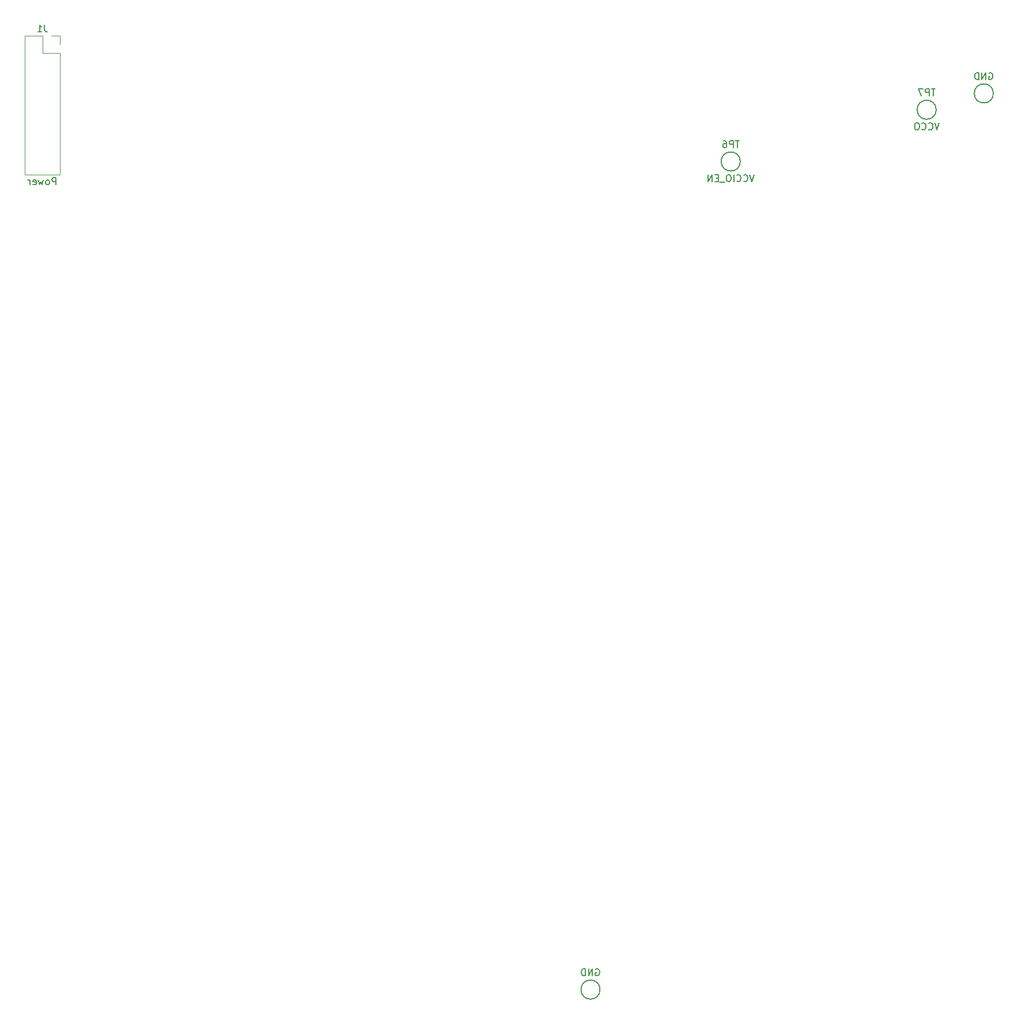
<source format=gbr>
G04 #@! TF.GenerationSoftware,KiCad,Pcbnew,(5.1.5)-3*
G04 #@! TF.CreationDate,2020-07-24T15:11:00-04:00*
G04 #@! TF.ProjectId,main_board,6d61696e-5f62-46f6-9172-642e6b696361,rev?*
G04 #@! TF.SameCoordinates,Original*
G04 #@! TF.FileFunction,Legend,Bot*
G04 #@! TF.FilePolarity,Positive*
%FSLAX46Y46*%
G04 Gerber Fmt 4.6, Leading zero omitted, Abs format (unit mm)*
G04 Created by KiCad (PCBNEW (5.1.5)-3) date 2020-07-24 15:11:00*
%MOMM*%
%LPD*%
G04 APERTURE LIST*
%ADD10C,0.150000*%
%ADD11C,0.120000*%
G04 APERTURE END LIST*
D10*
X182200000Y-72400000D02*
G75*
G03X182200000Y-72400000I-1400000J0D01*
G01*
X124400000Y-204000000D02*
G75*
G03X124400000Y-204000000I-1400000J0D01*
G01*
X145000000Y-82400000D02*
G75*
G03X145000000Y-82400000I-1400000J0D01*
G01*
X173800000Y-74800000D02*
G75*
G03X173800000Y-74800000I-1400000J0D01*
G01*
D11*
X45040000Y-84345000D02*
X39840000Y-84345000D01*
X45040000Y-66505000D02*
X45040000Y-84345000D01*
X39840000Y-63905000D02*
X39840000Y-84345000D01*
X45040000Y-66505000D02*
X42440000Y-66505000D01*
X42440000Y-66505000D02*
X42440000Y-63905000D01*
X42440000Y-63905000D02*
X39840000Y-63905000D01*
X45040000Y-65235000D02*
X45040000Y-63905000D01*
X45040000Y-63905000D02*
X43710000Y-63905000D01*
D10*
X181561904Y-69400000D02*
X181657142Y-69352380D01*
X181800000Y-69352380D01*
X181942857Y-69400000D01*
X182038095Y-69495238D01*
X182085714Y-69590476D01*
X182133333Y-69780952D01*
X182133333Y-69923809D01*
X182085714Y-70114285D01*
X182038095Y-70209523D01*
X181942857Y-70304761D01*
X181800000Y-70352380D01*
X181704761Y-70352380D01*
X181561904Y-70304761D01*
X181514285Y-70257142D01*
X181514285Y-69923809D01*
X181704761Y-69923809D01*
X181085714Y-70352380D02*
X181085714Y-69352380D01*
X180514285Y-70352380D01*
X180514285Y-69352380D01*
X180038095Y-70352380D02*
X180038095Y-69352380D01*
X179800000Y-69352380D01*
X179657142Y-69400000D01*
X179561904Y-69495238D01*
X179514285Y-69590476D01*
X179466666Y-69780952D01*
X179466666Y-69923809D01*
X179514285Y-70114285D01*
X179561904Y-70209523D01*
X179657142Y-70304761D01*
X179800000Y-70352380D01*
X180038095Y-70352380D01*
X123761904Y-201000000D02*
X123857142Y-200952380D01*
X124000000Y-200952380D01*
X124142857Y-201000000D01*
X124238095Y-201095238D01*
X124285714Y-201190476D01*
X124333333Y-201380952D01*
X124333333Y-201523809D01*
X124285714Y-201714285D01*
X124238095Y-201809523D01*
X124142857Y-201904761D01*
X124000000Y-201952380D01*
X123904761Y-201952380D01*
X123761904Y-201904761D01*
X123714285Y-201857142D01*
X123714285Y-201523809D01*
X123904761Y-201523809D01*
X123285714Y-201952380D02*
X123285714Y-200952380D01*
X122714285Y-201952380D01*
X122714285Y-200952380D01*
X122238095Y-201952380D02*
X122238095Y-200952380D01*
X122000000Y-200952380D01*
X121857142Y-201000000D01*
X121761904Y-201095238D01*
X121714285Y-201190476D01*
X121666666Y-201380952D01*
X121666666Y-201523809D01*
X121714285Y-201714285D01*
X121761904Y-201809523D01*
X121857142Y-201904761D01*
X122000000Y-201952380D01*
X122238095Y-201952380D01*
X144861904Y-79352380D02*
X144290476Y-79352380D01*
X144576190Y-80352380D02*
X144576190Y-79352380D01*
X143957142Y-80352380D02*
X143957142Y-79352380D01*
X143576190Y-79352380D01*
X143480952Y-79400000D01*
X143433333Y-79447619D01*
X143385714Y-79542857D01*
X143385714Y-79685714D01*
X143433333Y-79780952D01*
X143480952Y-79828571D01*
X143576190Y-79876190D01*
X143957142Y-79876190D01*
X142528571Y-79352380D02*
X142719047Y-79352380D01*
X142814285Y-79400000D01*
X142861904Y-79447619D01*
X142957142Y-79590476D01*
X143004761Y-79780952D01*
X143004761Y-80161904D01*
X142957142Y-80257142D01*
X142909523Y-80304761D01*
X142814285Y-80352380D01*
X142623809Y-80352380D01*
X142528571Y-80304761D01*
X142480952Y-80257142D01*
X142433333Y-80161904D01*
X142433333Y-79923809D01*
X142480952Y-79828571D01*
X142528571Y-79780952D01*
X142623809Y-79733333D01*
X142814285Y-79733333D01*
X142909523Y-79780952D01*
X142957142Y-79828571D01*
X143004761Y-79923809D01*
X147052380Y-84352380D02*
X146719047Y-85352380D01*
X146385714Y-84352380D01*
X145480952Y-85257142D02*
X145528571Y-85304761D01*
X145671428Y-85352380D01*
X145766666Y-85352380D01*
X145909523Y-85304761D01*
X146004761Y-85209523D01*
X146052380Y-85114285D01*
X146100000Y-84923809D01*
X146100000Y-84780952D01*
X146052380Y-84590476D01*
X146004761Y-84495238D01*
X145909523Y-84400000D01*
X145766666Y-84352380D01*
X145671428Y-84352380D01*
X145528571Y-84400000D01*
X145480952Y-84447619D01*
X144480952Y-85257142D02*
X144528571Y-85304761D01*
X144671428Y-85352380D01*
X144766666Y-85352380D01*
X144909523Y-85304761D01*
X145004761Y-85209523D01*
X145052380Y-85114285D01*
X145100000Y-84923809D01*
X145100000Y-84780952D01*
X145052380Y-84590476D01*
X145004761Y-84495238D01*
X144909523Y-84400000D01*
X144766666Y-84352380D01*
X144671428Y-84352380D01*
X144528571Y-84400000D01*
X144480952Y-84447619D01*
X144052380Y-85352380D02*
X144052380Y-84352380D01*
X143385714Y-84352380D02*
X143195238Y-84352380D01*
X143100000Y-84400000D01*
X143004761Y-84495238D01*
X142957142Y-84685714D01*
X142957142Y-85019047D01*
X143004761Y-85209523D01*
X143100000Y-85304761D01*
X143195238Y-85352380D01*
X143385714Y-85352380D01*
X143480952Y-85304761D01*
X143576190Y-85209523D01*
X143623809Y-85019047D01*
X143623809Y-84685714D01*
X143576190Y-84495238D01*
X143480952Y-84400000D01*
X143385714Y-84352380D01*
X142766666Y-85447619D02*
X142004761Y-85447619D01*
X141766666Y-84828571D02*
X141433333Y-84828571D01*
X141290476Y-85352380D02*
X141766666Y-85352380D01*
X141766666Y-84352380D01*
X141290476Y-84352380D01*
X140861904Y-85352380D02*
X140861904Y-84352380D01*
X140290476Y-85352380D01*
X140290476Y-84352380D01*
X173661904Y-71752380D02*
X173090476Y-71752380D01*
X173376190Y-72752380D02*
X173376190Y-71752380D01*
X172757142Y-72752380D02*
X172757142Y-71752380D01*
X172376190Y-71752380D01*
X172280952Y-71800000D01*
X172233333Y-71847619D01*
X172185714Y-71942857D01*
X172185714Y-72085714D01*
X172233333Y-72180952D01*
X172280952Y-72228571D01*
X172376190Y-72276190D01*
X172757142Y-72276190D01*
X171852380Y-71752380D02*
X171185714Y-71752380D01*
X171614285Y-72752380D01*
X174257142Y-76752380D02*
X173923809Y-77752380D01*
X173590476Y-76752380D01*
X172685714Y-77657142D02*
X172733333Y-77704761D01*
X172876190Y-77752380D01*
X172971428Y-77752380D01*
X173114285Y-77704761D01*
X173209523Y-77609523D01*
X173257142Y-77514285D01*
X173304761Y-77323809D01*
X173304761Y-77180952D01*
X173257142Y-76990476D01*
X173209523Y-76895238D01*
X173114285Y-76800000D01*
X172971428Y-76752380D01*
X172876190Y-76752380D01*
X172733333Y-76800000D01*
X172685714Y-76847619D01*
X171685714Y-77657142D02*
X171733333Y-77704761D01*
X171876190Y-77752380D01*
X171971428Y-77752380D01*
X172114285Y-77704761D01*
X172209523Y-77609523D01*
X172257142Y-77514285D01*
X172304761Y-77323809D01*
X172304761Y-77180952D01*
X172257142Y-76990476D01*
X172209523Y-76895238D01*
X172114285Y-76800000D01*
X171971428Y-76752380D01*
X171876190Y-76752380D01*
X171733333Y-76800000D01*
X171685714Y-76847619D01*
X171066666Y-76752380D02*
X170876190Y-76752380D01*
X170780952Y-76800000D01*
X170685714Y-76895238D01*
X170638095Y-77085714D01*
X170638095Y-77419047D01*
X170685714Y-77609523D01*
X170780952Y-77704761D01*
X170876190Y-77752380D01*
X171066666Y-77752380D01*
X171161904Y-77704761D01*
X171257142Y-77609523D01*
X171304761Y-77419047D01*
X171304761Y-77085714D01*
X171257142Y-76895238D01*
X171161904Y-76800000D01*
X171066666Y-76752380D01*
X42773333Y-62357380D02*
X42773333Y-63071666D01*
X42820952Y-63214523D01*
X42916190Y-63309761D01*
X43059047Y-63357380D01*
X43154285Y-63357380D01*
X41773333Y-63357380D02*
X42344761Y-63357380D01*
X42059047Y-63357380D02*
X42059047Y-62357380D01*
X42154285Y-62500238D01*
X42249523Y-62595476D01*
X42344761Y-62643095D01*
X44416190Y-85797380D02*
X44416190Y-84797380D01*
X44035238Y-84797380D01*
X43940000Y-84845000D01*
X43892380Y-84892619D01*
X43844761Y-84987857D01*
X43844761Y-85130714D01*
X43892380Y-85225952D01*
X43940000Y-85273571D01*
X44035238Y-85321190D01*
X44416190Y-85321190D01*
X43273333Y-85797380D02*
X43368571Y-85749761D01*
X43416190Y-85702142D01*
X43463809Y-85606904D01*
X43463809Y-85321190D01*
X43416190Y-85225952D01*
X43368571Y-85178333D01*
X43273333Y-85130714D01*
X43130476Y-85130714D01*
X43035238Y-85178333D01*
X42987619Y-85225952D01*
X42940000Y-85321190D01*
X42940000Y-85606904D01*
X42987619Y-85702142D01*
X43035238Y-85749761D01*
X43130476Y-85797380D01*
X43273333Y-85797380D01*
X42606666Y-85130714D02*
X42416190Y-85797380D01*
X42225714Y-85321190D01*
X42035238Y-85797380D01*
X41844761Y-85130714D01*
X41082857Y-85749761D02*
X41178095Y-85797380D01*
X41368571Y-85797380D01*
X41463809Y-85749761D01*
X41511428Y-85654523D01*
X41511428Y-85273571D01*
X41463809Y-85178333D01*
X41368571Y-85130714D01*
X41178095Y-85130714D01*
X41082857Y-85178333D01*
X41035238Y-85273571D01*
X41035238Y-85368809D01*
X41511428Y-85464047D01*
X40606666Y-85797380D02*
X40606666Y-85130714D01*
X40606666Y-85321190D02*
X40559047Y-85225952D01*
X40511428Y-85178333D01*
X40416190Y-85130714D01*
X40320952Y-85130714D01*
M02*

</source>
